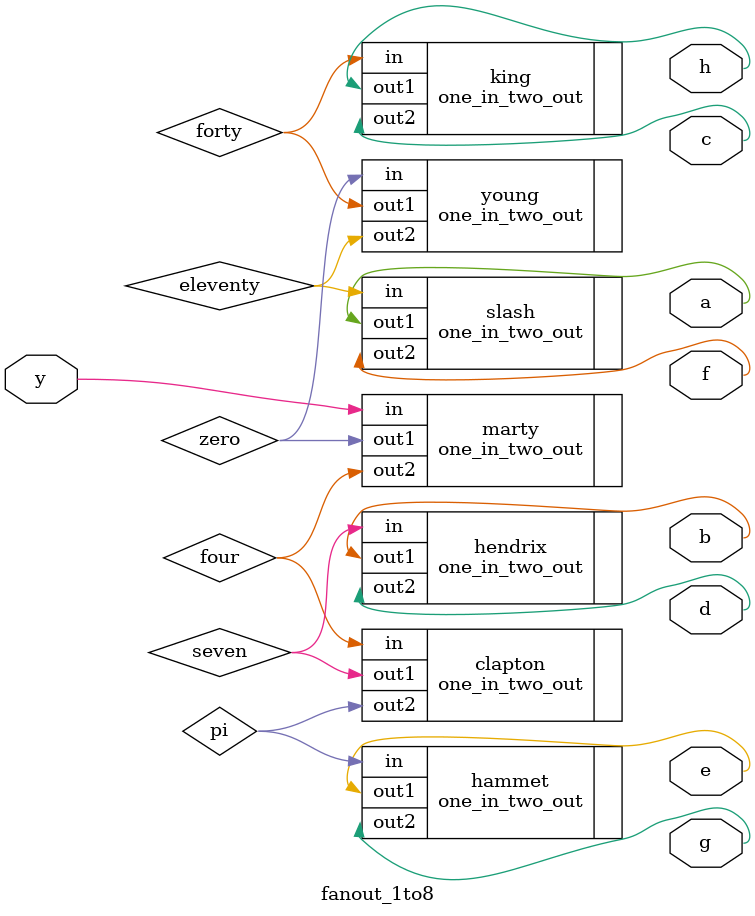
<source format=v>
module fanout_1to8
  (
    output a,
    output b,
    output c,
    output d,
    output e,
    output f,
    output g,
    output h,
    input y    

  );

  one_in_two_out hendrix ( .in(seven),    .out1(b), .out2(d) );
  one_in_two_out slash   ( .in(eleventy), .out1(a), .out2(f) );
  one_in_two_out king    ( .in(forty),    .out1(h), .out2(c) );
  one_in_two_out hammet  ( .in(pi),       .out1(e), .out2(g) );
  
  one_in_two_out clapton ( .in(four),     .out1(seven), .out2(pi) );
  one_in_two_out young   ( .in(zero),     .out1(forty), .out2(eleventy) );
  
  one_in_two_out marty   ( .in(y), .out1(zero), .out2(four) );

endmodule


</source>
